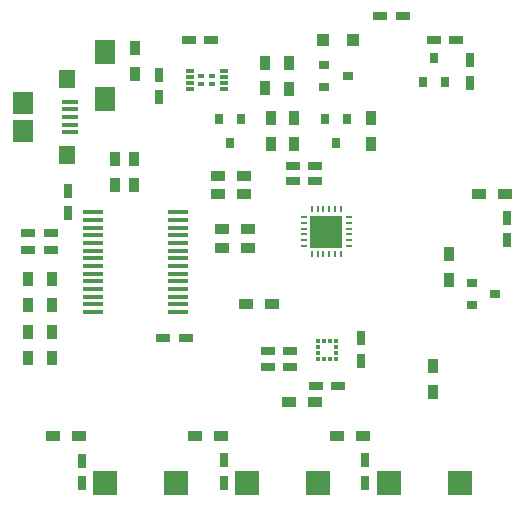
<source format=gbr>
G04 #@! TF.FileFunction,Paste,Top*
%FSLAX46Y46*%
G04 Gerber Fmt 4.6, Leading zero omitted, Abs format (unit mm)*
G04 Created by KiCad (PCBNEW 4.0.6) date 03/11/18 13:26:33*
%MOMM*%
%LPD*%
G01*
G04 APERTURE LIST*
%ADD10C,0.100000*%
%ADD11R,1.750000X0.450000*%
%ADD12R,0.750000X1.200000*%
%ADD13R,1.200000X0.750000*%
%ADD14R,1.000000X1.000000*%
%ADD15R,1.700000X2.000000*%
%ADD16R,1.700000X1.900000*%
%ADD17R,1.350000X0.400000*%
%ADD18R,1.400000X1.600000*%
%ADD19R,0.900000X1.200000*%
%ADD20R,1.200000X0.900000*%
%ADD21R,2.000000X2.000000*%
%ADD22R,0.750000X0.300000*%
%ADD23R,0.525000X0.435000*%
%ADD24R,0.300000X0.300000*%
%ADD25R,0.900000X0.800000*%
%ADD26R,0.800000X0.900000*%
%ADD27R,0.580000X0.250000*%
%ADD28R,0.250000X0.580000*%
%ADD29R,2.700000X2.700000*%
G04 APERTURE END LIST*
D10*
D11*
X81600000Y-86025000D03*
X81600000Y-85375000D03*
X81600000Y-84725000D03*
X81600000Y-84075000D03*
X81600000Y-83425000D03*
X81600000Y-82775000D03*
X81600000Y-82125000D03*
X81600000Y-81475000D03*
X81600000Y-80825000D03*
X81600000Y-80175000D03*
X81600000Y-79525000D03*
X81600000Y-78875000D03*
X81600000Y-78225000D03*
X81600000Y-77575000D03*
X74400000Y-77575000D03*
X74400000Y-78225000D03*
X74400000Y-78875000D03*
X74400000Y-79525000D03*
X74400000Y-80175000D03*
X74400000Y-80825000D03*
X74400000Y-81475000D03*
X74400000Y-82125000D03*
X74400000Y-82775000D03*
X74400000Y-83425000D03*
X74400000Y-84075000D03*
X74400000Y-84725000D03*
X74400000Y-85375000D03*
X74400000Y-86025000D03*
D12*
X80000000Y-65950000D03*
X80000000Y-67850000D03*
D13*
X84450000Y-63000000D03*
X82550000Y-63000000D03*
X98775000Y-60950000D03*
X100675000Y-60950000D03*
X93250000Y-73660000D03*
X91350000Y-73660000D03*
X93250000Y-74930000D03*
X91350000Y-74930000D03*
D12*
X109500000Y-78050000D03*
X109500000Y-79950000D03*
X97100000Y-88250000D03*
X97100000Y-90150000D03*
D13*
X91150000Y-90700000D03*
X89250000Y-90700000D03*
D12*
X72300000Y-77650000D03*
X72300000Y-75750000D03*
D13*
X91150000Y-89300000D03*
X89250000Y-89300000D03*
X103300000Y-63000000D03*
X105200000Y-63000000D03*
D12*
X106330000Y-66590000D03*
X106330000Y-64690000D03*
D13*
X93320000Y-92240000D03*
X95220000Y-92240000D03*
X82290000Y-88210000D03*
X80390000Y-88210000D03*
X70850000Y-79300000D03*
X68950000Y-79300000D03*
X70850000Y-80800000D03*
X68950000Y-80800000D03*
D12*
X97500000Y-100450000D03*
X97500000Y-98550000D03*
X73500000Y-100500000D03*
X73500000Y-98600000D03*
X85500000Y-100450000D03*
X85500000Y-98550000D03*
D14*
X96450000Y-63000000D03*
X93950000Y-63000000D03*
D15*
X75500000Y-64000000D03*
X75500000Y-68000000D03*
D16*
X68475000Y-70700000D03*
X68475000Y-68300000D03*
D17*
X72500000Y-69500000D03*
X72500000Y-68200000D03*
X72500000Y-68850000D03*
X72500000Y-70150000D03*
X72500000Y-70800000D03*
D18*
X72250000Y-66300000D03*
X72250000Y-72700000D03*
D19*
X78000000Y-65900000D03*
X78000000Y-63700000D03*
X103250000Y-92750000D03*
X103250000Y-90550000D03*
X98000000Y-71800000D03*
X98000000Y-69600000D03*
X91500000Y-69600000D03*
X91500000Y-71800000D03*
X89500000Y-69610000D03*
X89500000Y-71810000D03*
D20*
X85060000Y-74530000D03*
X87260000Y-74530000D03*
X87260000Y-76030000D03*
X85060000Y-76030000D03*
D19*
X91000000Y-64900000D03*
X91000000Y-67100000D03*
X89000000Y-67090000D03*
X89000000Y-64890000D03*
X77880000Y-73030000D03*
X77880000Y-75230000D03*
X76280000Y-73030000D03*
X76280000Y-75230000D03*
D20*
X109290000Y-76030000D03*
X107090000Y-76030000D03*
D19*
X68976198Y-87726768D03*
X68976198Y-89926768D03*
X70976198Y-87726768D03*
X70976198Y-89926768D03*
D20*
X85400000Y-79000000D03*
X87600000Y-79000000D03*
X85400000Y-80600000D03*
X87600000Y-80600000D03*
X91050000Y-93650000D03*
X93250000Y-93650000D03*
X87429602Y-85368580D03*
X89629602Y-85368580D03*
X83100000Y-96520000D03*
X85300000Y-96520000D03*
X71070000Y-96530000D03*
X73270000Y-96530000D03*
X95090000Y-96530000D03*
X97290000Y-96530000D03*
D21*
X105500000Y-100500000D03*
X99500000Y-100500000D03*
X81500000Y-100500000D03*
X75500000Y-100500000D03*
X93500000Y-100500000D03*
X87500000Y-100500000D03*
D22*
X82612500Y-65612500D03*
X82612500Y-66112500D03*
X82612500Y-66612500D03*
X82612500Y-67112500D03*
X85512500Y-67112500D03*
X85512500Y-66612500D03*
X85512500Y-66112500D03*
X85512500Y-65612500D03*
D23*
X84500000Y-66725000D03*
X84500000Y-66000000D03*
X83625000Y-66725000D03*
X83625000Y-66000000D03*
D24*
X93500000Y-88500000D03*
X93500000Y-89000000D03*
X93500000Y-89500000D03*
X93500000Y-90000000D03*
X94000000Y-88500000D03*
X94000000Y-90000000D03*
X94500000Y-88500000D03*
X94500000Y-90000000D03*
X95000000Y-88500000D03*
X95000000Y-89000000D03*
X95000000Y-89500000D03*
X95000000Y-90000000D03*
D19*
X104620000Y-81110000D03*
X104620000Y-83310000D03*
D25*
X106500000Y-83550000D03*
X106500000Y-85450000D03*
X108500000Y-84500000D03*
D26*
X95950000Y-69700000D03*
X94050000Y-69700000D03*
X95000000Y-71700000D03*
X87000000Y-69700000D03*
X85100000Y-69700000D03*
X86050000Y-71700000D03*
D25*
X94000000Y-65100000D03*
X94000000Y-67000000D03*
X96000000Y-66050000D03*
D26*
X102350000Y-66500000D03*
X104250000Y-66500000D03*
X103300000Y-64500000D03*
D19*
X68976198Y-83226768D03*
X68976198Y-85426768D03*
X70976198Y-83226768D03*
X70976198Y-85426768D03*
D27*
X92287500Y-77950000D03*
X92287500Y-78450000D03*
X92287500Y-78950000D03*
X92287500Y-79450000D03*
X92287500Y-79950000D03*
X92287500Y-80450000D03*
D28*
X92950000Y-81112500D03*
X93450000Y-81112500D03*
X93950000Y-81112500D03*
X94450000Y-81112500D03*
X94950000Y-81112500D03*
X95450000Y-81112500D03*
D27*
X96112500Y-80450000D03*
X96112500Y-79950000D03*
X96112500Y-79450000D03*
X96112500Y-78950000D03*
X96112500Y-78450000D03*
X96112500Y-77950000D03*
D28*
X95450000Y-77287500D03*
X94950000Y-77287500D03*
X94450000Y-77287500D03*
X93950000Y-77287500D03*
X93450000Y-77287500D03*
X92950000Y-77287500D03*
D29*
X94200000Y-79200000D03*
M02*

</source>
